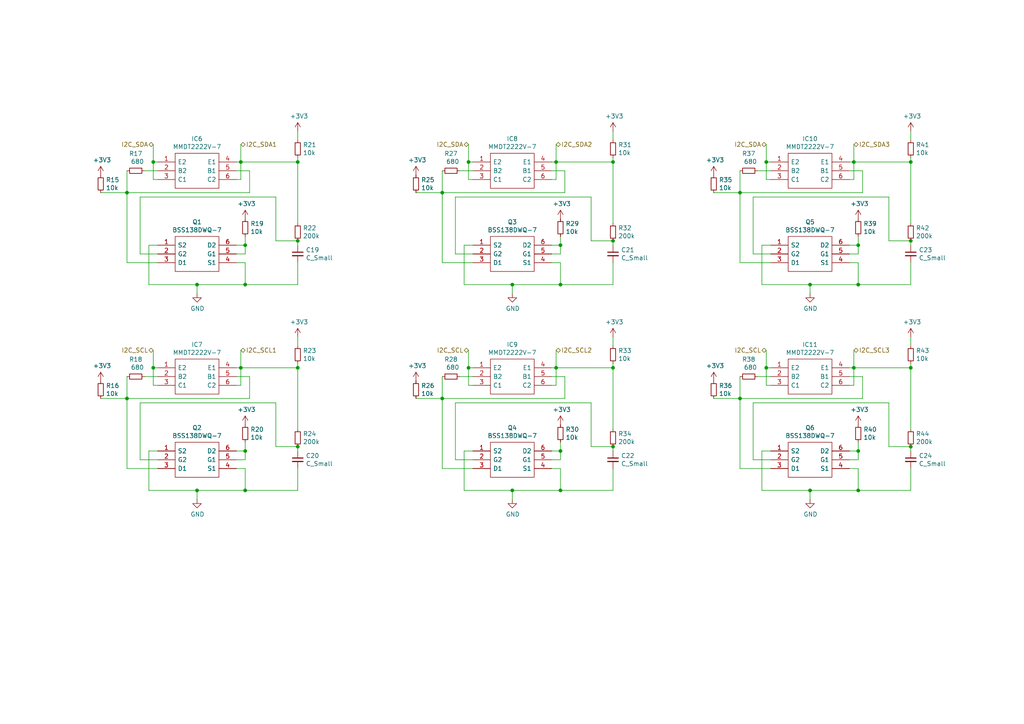
<source format=kicad_sch>
(kicad_sch (version 20211123) (generator eeschema)
  (paper "A4")
  (lib_symbols
    (symbol "Device:C_Small" (pin_numbers hide) (pin_names (offset 0.254) hide)
      (property "Reference" "C" (at 0.254 1.778 0))
      (property "Value" "C_Small" (at 0.254 -2.032 0))
      (symbol "C_Small_0_1"
        (polyline (pts (xy -1.524 -0.508) (xy 1.524 -0.508)) (stroke (width 0.3302)))
        (polyline (pts (xy -1.524 0.508) (xy 1.524 0.508)) (stroke (width 0.3048)))
      )
      (symbol "C_Small_1_1"
        (pin passive line (at 0 2.54 270) (length 2.032) (name "~") (number "1"))
        (pin passive line (at 0 -2.54 90) (length 2.032) (name "~") (number "2"))
      )
    )
    (symbol "Device:R_Small" (pin_numbers hide) (pin_names (offset 0.254) hide)
      (property "Reference" "R" (at 0.762 0.508 0))
      (property "Value" "R_Small" (at 0.762 -1.016 0))
      (symbol "R_Small_0_1"
        (rectangle (start -0.762 1.778) (end 0.762 -1.778) (stroke (width 0.2032)))
      )
      (symbol "R_Small_1_1"
        (pin passive line (at 0 2.54 270) (length 0.762) (name "~") (number "1"))
        (pin passive line (at 0 -2.54 90) (length 0.762) (name "~") (number "2"))
      )
    )
    (symbol "SamacSys_Parts:BSS138DWQ-7" (pin_names (offset 0.762))
      (property "Reference" "Q" (at 19.05 7.62 0))
      (property "Value" "SamacSys_Parts_BSS138DWQ-7" (at 19.05 5.08 0))
      (symbol "BSS138DWQ-7_0_0"
        (pin passive line (at 0 0 0) (length 5.08) (name "S2") (number "1"))
        (pin passive line (at 0 -2.54 0) (length 5.08) (name "G2") (number "2"))
        (pin passive line (at 0 -5.08 0) (length 5.08) (name "D1") (number "3"))
        (pin passive line (at 22.86 -5.08 180) (length 5.08) (name "S1") (number "4"))
        (pin passive line (at 22.86 -2.54 180) (length 5.08) (name "G1") (number "5"))
        (pin passive line (at 22.86 0 180) (length 5.08) (name "D2") (number "6"))
      )
      (symbol "BSS138DWQ-7_0_1"
        (polyline (pts (xy 5.08 2.54) (xy 17.78 2.54) (xy 17.78 -7.62) (xy 5.08 -7.62) (xy 5.08 2.54)) (stroke (width 0.1524)))
      )
    )
    (symbol "SamacSys_Parts:MMDT2222V-7" (pin_names (offset 0.762))
      (property "Reference" "IC" (at 19.05 7.62 0))
      (property "Value" "SamacSys_Parts_MMDT2222V-7" (at 19.05 5.08 0))
      (symbol "MMDT2222V-7_0_0"
        (pin passive line (at 0 0 0) (length 5.08) (name "E2") (number "1"))
        (pin passive line (at 0 -2.54 0) (length 5.08) (name "B2") (number "2"))
        (pin passive line (at 0 -5.08 0) (length 5.08) (name "C1") (number "3"))
        (pin passive line (at 22.86 0 180) (length 5.08) (name "E1") (number "4"))
        (pin passive line (at 22.86 -2.54 180) (length 5.08) (name "B1") (number "5"))
        (pin passive line (at 22.86 -5.08 180) (length 5.08) (name "C2") (number "6"))
      )
      (symbol "MMDT2222V-7_0_1"
        (polyline (pts (xy 5.08 2.54) (xy 17.78 2.54) (xy 17.78 -7.62) (xy 5.08 -7.62) (xy 5.08 2.54)) (stroke (width 0.1524)))
      )
    )
    (symbol "power:+3V3" (power) (pin_names (offset 0))
      (property "Value" "+3V3" (at 0 3.556 0))
      (symbol "+3V3_0_1"
        (polyline (pts (xy -0.762 1.27) (xy 0 2.54)))
        (polyline (pts (xy 0 0) (xy 0 2.54)))
        (polyline (pts (xy 0 2.54) (xy 0.762 1.27)))
      )
      (symbol "+3V3_1_1"
        (pin power_in line (at 0 0 90) (length 0) hide (name "+3V3") (number "1"))
      )
    )
    (symbol "power:GND" (power) (pin_names (offset 0))
      (property "Value" "GND" (at 0 -3.81 0))
      (symbol "GND_0_1"
        (polyline (pts (xy 0 0) (xy 0 -1.27) (xy 1.27 -1.27) (xy 0 -2.54) (xy -1.27 -1.27) (xy 0 -1.27)))
      )
      (symbol "GND_1_1"
        (pin power_in line (at 0 0 270) (length 0) hide (name "GND") (number "1"))
      )
    )
  )
  (junction (at 69.85 46.99))
  (junction (at 71.12 142.24))
  (junction (at 234.95 142.24))
  (junction (at 71.12 130.81))
  (junction (at 86.36 129.54))
  (junction (at 44.45 106.68))
  (junction (at 71.12 82.55))
  (junction (at 247.65 106.68))
  (junction (at 135.89 46.99))
  (junction (at 86.36 106.68))
  (junction (at 57.15 142.24))
  (junction (at 128.27 115.57))
  (junction (at 222.25 46.99))
  (junction (at 86.36 46.99))
  (junction (at 234.95 82.55))
  (junction (at 128.27 55.88))
  (junction (at 36.83 55.88))
  (junction (at 71.12 71.12))
  (junction (at 177.8 46.99))
  (junction (at 148.59 142.24))
  (junction (at 264.16 129.54))
  (junction (at 57.15 82.55))
  (junction (at 161.29 106.68))
  (junction (at 135.89 106.68))
  (junction (at 86.36 69.85))
  (junction (at 248.92 82.55))
  (junction (at 248.92 71.12))
  (junction (at 162.56 82.55))
  (junction (at 247.65 46.99))
  (junction (at 148.59 82.55))
  (junction (at 214.63 115.57))
  (junction (at 162.56 71.12))
  (junction (at 177.8 129.54))
  (junction (at 69.85 106.68))
  (junction (at 264.16 106.68))
  (junction (at 177.8 69.85))
  (junction (at 162.56 142.24))
  (junction (at 177.8 106.68))
  (junction (at 36.83 115.57))
  (junction (at 222.25 106.68))
  (junction (at 264.16 46.99))
  (junction (at 248.92 142.24))
  (junction (at 248.92 130.81))
  (junction (at 44.45 46.99))
  (junction (at 161.29 46.99))
  (junction (at 162.56 130.81))
  (junction (at 214.63 55.88))
  (junction (at 264.16 69.85))
  (wire (pts (xy 36.83 135.89) (xy 45.72 135.89)))
  (wire (pts (xy 135.89 106.68) (xy 135.89 111.76)))
  (wire (pts (xy 247.65 101.6) (xy 247.65 106.68)))
  (wire (pts (xy 162.56 130.81) (xy 160.02 130.81)))
  (wire (pts (xy 40.64 116.84) (xy 40.64 133.35)))
  (wire (pts (xy 45.72 133.35) (xy 40.64 133.35)))
  (wire (pts (xy 177.8 45.72) (xy 177.8 46.99)))
  (wire (pts (xy 177.8 69.85) (xy 177.8 71.12)))
  (wire (pts (xy 43.18 130.81) (xy 43.18 142.24)))
  (wire (pts (xy 45.72 130.81) (xy 43.18 130.81)))
  (wire (pts (xy 248.92 133.35) (xy 248.92 130.81)))
  (wire (pts (xy 162.56 135.89) (xy 160.02 135.89)))
  (wire (pts (xy 36.83 115.57) (xy 29.21 115.57)))
  (wire (pts (xy 264.16 135.89) (xy 264.16 142.24)))
  (wire (pts (xy 247.65 46.99) (xy 264.16 46.99)))
  (wire (pts (xy 69.85 101.6) (xy 69.85 106.68)))
  (wire (pts (xy 68.58 52.07) (xy 69.85 52.07)))
  (wire (pts (xy 44.45 41.91) (xy 44.45 46.99)))
  (wire (pts (xy 68.58 73.66) (xy 71.12 73.66)))
  (wire (pts (xy 214.63 55.88) (xy 214.63 76.2)))
  (wire (pts (xy 133.35 49.53) (xy 137.16 49.53)))
  (wire (pts (xy 246.38 109.22) (xy 250.19 109.22)))
  (wire (pts (xy 80.01 129.54) (xy 86.36 129.54)))
  (wire (pts (xy 44.45 52.07) (xy 45.72 52.07)))
  (wire (pts (xy 57.15 142.24) (xy 57.15 144.78)))
  (wire (pts (xy 248.92 73.66) (xy 248.92 71.12)))
  (wire (pts (xy 137.16 130.81) (xy 134.62 130.81)))
  (wire (pts (xy 257.81 116.84) (xy 218.44 116.84)))
  (wire (pts (xy 69.85 111.76) (xy 69.85 106.68)))
  (wire (pts (xy 171.45 57.15) (xy 132.08 57.15)))
  (wire (pts (xy 71.12 76.2) (xy 68.58 76.2)))
  (wire (pts (xy 71.12 71.12) (xy 68.58 71.12)))
  (wire (pts (xy 264.16 97.79) (xy 264.16 100.33)))
  (wire (pts (xy 246.38 133.35) (xy 248.92 133.35)))
  (wire (pts (xy 137.16 73.66) (xy 132.08 73.66)))
  (wire (pts (xy 44.45 106.68) (xy 44.45 111.76)))
  (wire (pts (xy 71.12 73.66) (xy 71.12 71.12)))
  (wire (pts (xy 219.71 49.53) (xy 223.52 49.53)))
  (wire (pts (xy 71.12 142.24) (xy 71.12 135.89)))
  (wire (pts (xy 86.36 69.85) (xy 86.36 71.12)))
  (wire (pts (xy 177.8 46.99) (xy 177.8 64.77)))
  (wire (pts (xy 68.58 133.35) (xy 71.12 133.35)))
  (wire (pts (xy 248.92 135.89) (xy 246.38 135.89)))
  (wire (pts (xy 264.16 82.55) (xy 248.92 82.55)))
  (wire (pts (xy 248.92 68.58) (xy 248.92 71.12)))
  (wire (pts (xy 257.81 69.85) (xy 257.81 57.15)))
  (wire (pts (xy 250.19 49.53) (xy 250.19 55.88)))
  (wire (pts (xy 161.29 106.68) (xy 177.8 106.68)))
  (wire (pts (xy 234.95 82.55) (xy 248.92 82.55)))
  (wire (pts (xy 86.36 135.89) (xy 86.36 142.24)))
  (wire (pts (xy 86.36 106.68) (xy 86.36 124.46)))
  (wire (pts (xy 148.59 82.55) (xy 162.56 82.55)))
  (wire (pts (xy 223.52 106.68) (xy 222.25 106.68)))
  (wire (pts (xy 160.02 111.76) (xy 161.29 111.76)))
  (wire (pts (xy 148.59 142.24) (xy 162.56 142.24)))
  (wire (pts (xy 160.02 52.07) (xy 161.29 52.07)))
  (wire (pts (xy 160.02 49.53) (xy 163.83 49.53)))
  (wire (pts (xy 161.29 46.99) (xy 160.02 46.99)))
  (wire (pts (xy 148.59 142.24) (xy 148.59 144.78)))
  (wire (pts (xy 44.45 46.99) (xy 44.45 52.07)))
  (wire (pts (xy 41.91 109.22) (xy 45.72 109.22)))
  (wire (pts (xy 161.29 101.6) (xy 161.29 106.68)))
  (wire (pts (xy 223.52 130.81) (xy 220.98 130.81)))
  (wire (pts (xy 148.59 82.55) (xy 148.59 85.09)))
  (wire (pts (xy 137.16 133.35) (xy 132.08 133.35)))
  (wire (pts (xy 134.62 142.24) (xy 148.59 142.24)))
  (wire (pts (xy 86.36 38.1) (xy 86.36 40.64)))
  (wire (pts (xy 160.02 109.22) (xy 163.83 109.22)))
  (wire (pts (xy 86.36 142.24) (xy 71.12 142.24)))
  (wire (pts (xy 43.18 71.12) (xy 43.18 82.55)))
  (wire (pts (xy 257.81 129.54) (xy 264.16 129.54)))
  (wire (pts (xy 128.27 76.2) (xy 137.16 76.2)))
  (wire (pts (xy 246.38 49.53) (xy 250.19 49.53)))
  (wire (pts (xy 177.8 106.68) (xy 177.8 124.46)))
  (wire (pts (xy 161.29 111.76) (xy 161.29 106.68)))
  (wire (pts (xy 36.83 109.22) (xy 36.83 115.57)))
  (wire (pts (xy 133.35 109.22) (xy 137.16 109.22)))
  (wire (pts (xy 160.02 133.35) (xy 162.56 133.35)))
  (wire (pts (xy 222.25 101.6) (xy 222.25 106.68)))
  (wire (pts (xy 247.65 106.68) (xy 264.16 106.68)))
  (wire (pts (xy 264.16 105.41) (xy 264.16 106.68)))
  (wire (pts (xy 69.85 106.68) (xy 86.36 106.68)))
  (wire (pts (xy 137.16 106.68) (xy 135.89 106.68)))
  (wire (pts (xy 234.95 142.24) (xy 234.95 144.78)))
  (wire (pts (xy 86.36 129.54) (xy 86.36 130.81)))
  (wire (pts (xy 264.16 38.1) (xy 264.16 40.64)))
  (wire (pts (xy 68.58 109.22) (xy 72.39 109.22)))
  (wire (pts (xy 248.92 128.27) (xy 248.92 130.81)))
  (wire (pts (xy 223.52 46.99) (xy 222.25 46.99)))
  (wire (pts (xy 71.12 130.81) (xy 68.58 130.81)))
  (wire (pts (xy 214.63 115.57) (xy 250.19 115.57)))
  (wire (pts (xy 72.39 109.22) (xy 72.39 115.57)))
  (wire (pts (xy 71.12 135.89) (xy 68.58 135.89)))
  (wire (pts (xy 257.81 57.15) (xy 218.44 57.15)))
  (wire (pts (xy 132.08 57.15) (xy 132.08 73.66)))
  (wire (pts (xy 234.95 82.55) (xy 234.95 85.09)))
  (wire (pts (xy 36.83 55.88) (xy 36.83 76.2)))
  (wire (pts (xy 218.44 116.84) (xy 218.44 133.35)))
  (wire (pts (xy 134.62 130.81) (xy 134.62 142.24)))
  (wire (pts (xy 222.25 111.76) (xy 223.52 111.76)))
  (wire (pts (xy 220.98 142.24) (xy 234.95 142.24)))
  (wire (pts (xy 247.65 52.07) (xy 247.65 46.99)))
  (wire (pts (xy 219.71 109.22) (xy 223.52 109.22)))
  (wire (pts (xy 220.98 82.55) (xy 234.95 82.55)))
  (wire (pts (xy 171.45 129.54) (xy 171.45 116.84)))
  (wire (pts (xy 248.92 71.12) (xy 246.38 71.12)))
  (wire (pts (xy 69.85 46.99) (xy 86.36 46.99)))
  (wire (pts (xy 135.89 46.99) (xy 135.89 52.07)))
  (wire (pts (xy 132.08 116.84) (xy 132.08 133.35)))
  (wire (pts (xy 135.89 52.07) (xy 137.16 52.07)))
  (wire (pts (xy 264.16 46.99) (xy 264.16 64.77)))
  (wire (pts (xy 80.01 69.85) (xy 86.36 69.85)))
  (wire (pts (xy 163.83 49.53) (xy 163.83 55.88)))
  (wire (pts (xy 162.56 142.24) (xy 162.56 135.89)))
  (wire (pts (xy 218.44 57.15) (xy 218.44 73.66)))
  (wire (pts (xy 45.72 46.99) (xy 44.45 46.99)))
  (wire (pts (xy 43.18 82.55) (xy 57.15 82.55)))
  (wire (pts (xy 162.56 76.2) (xy 160.02 76.2)))
  (wire (pts (xy 128.27 115.57) (xy 128.27 135.89)))
  (wire (pts (xy 247.65 41.91) (xy 247.65 46.99)))
  (wire (pts (xy 220.98 71.12) (xy 220.98 82.55)))
  (wire (pts (xy 214.63 55.88) (xy 250.19 55.88)))
  (wire (pts (xy 177.8 82.55) (xy 162.56 82.55)))
  (wire (pts (xy 247.65 46.99) (xy 246.38 46.99)))
  (wire (pts (xy 222.25 52.07) (xy 223.52 52.07)))
  (wire (pts (xy 162.56 133.35) (xy 162.56 130.81)))
  (wire (pts (xy 86.36 76.2) (xy 86.36 82.55)))
  (wire (pts (xy 246.38 111.76) (xy 247.65 111.76)))
  (wire (pts (xy 162.56 128.27) (xy 162.56 130.81)))
  (wire (pts (xy 36.83 49.53) (xy 36.83 55.88)))
  (wire (pts (xy 137.16 71.12) (xy 134.62 71.12)))
  (wire (pts (xy 223.52 73.66) (xy 218.44 73.66)))
  (wire (pts (xy 86.36 82.55) (xy 71.12 82.55)))
  (wire (pts (xy 264.16 45.72) (xy 264.16 46.99)))
  (wire (pts (xy 68.58 111.76) (xy 69.85 111.76)))
  (wire (pts (xy 86.36 45.72) (xy 86.36 46.99)))
  (wire (pts (xy 246.38 52.07) (xy 247.65 52.07)))
  (wire (pts (xy 71.12 128.27) (xy 71.12 130.81)))
  (wire (pts (xy 36.83 55.88) (xy 72.39 55.88)))
  (wire (pts (xy 128.27 115.57) (xy 120.65 115.57)))
  (wire (pts (xy 45.72 106.68) (xy 44.45 106.68)))
  (wire (pts (xy 128.27 109.22) (xy 128.27 115.57)))
  (wire (pts (xy 214.63 109.22) (xy 214.63 115.57)))
  (wire (pts (xy 44.45 111.76) (xy 45.72 111.76)))
  (wire (pts (xy 177.8 97.79) (xy 177.8 100.33)))
  (wire (pts (xy 57.15 82.55) (xy 57.15 85.09)))
  (wire (pts (xy 264.16 76.2) (xy 264.16 82.55)))
  (wire (pts (xy 220.98 130.81) (xy 220.98 142.24)))
  (wire (pts (xy 128.27 49.53) (xy 128.27 55.88)))
  (wire (pts (xy 264.16 106.68) (xy 264.16 124.46)))
  (wire (pts (xy 171.45 69.85) (xy 177.8 69.85)))
  (wire (pts (xy 80.01 129.54) (xy 80.01 116.84)))
  (wire (pts (xy 80.01 116.84) (xy 40.64 116.84)))
  (wire (pts (xy 214.63 115.57) (xy 214.63 135.89)))
  (wire (pts (xy 36.83 115.57) (xy 36.83 135.89)))
  (wire (pts (xy 162.56 82.55) (xy 162.56 76.2)))
  (wire (pts (xy 71.12 82.55) (xy 71.12 76.2)))
  (wire (pts (xy 214.63 49.53) (xy 214.63 55.88)))
  (wire (pts (xy 71.12 133.35) (xy 71.12 130.81)))
  (wire (pts (xy 257.81 69.85) (xy 264.16 69.85)))
  (wire (pts (xy 36.83 76.2) (xy 45.72 76.2)))
  (wire (pts (xy 177.8 135.89) (xy 177.8 142.24)))
  (wire (pts (xy 44.45 101.6) (xy 44.45 106.68)))
  (wire (pts (xy 264.16 142.24) (xy 248.92 142.24)))
  (wire (pts (xy 171.45 116.84) (xy 132.08 116.84)))
  (wire (pts (xy 135.89 111.76) (xy 137.16 111.76)))
  (wire (pts (xy 177.8 129.54) (xy 177.8 130.81)))
  (wire (pts (xy 171.45 69.85) (xy 171.45 57.15)))
  (wire (pts (xy 80.01 69.85) (xy 80.01 57.15)))
  (wire (pts (xy 248.92 82.55) (xy 248.92 76.2)))
  (wire (pts (xy 134.62 82.55) (xy 148.59 82.55)))
  (wire (pts (xy 214.63 135.89) (xy 223.52 135.89)))
  (wire (pts (xy 223.52 71.12) (xy 220.98 71.12)))
  (wire (pts (xy 160.02 73.66) (xy 162.56 73.66)))
  (wire (pts (xy 36.83 55.88) (xy 29.21 55.88)))
  (wire (pts (xy 86.36 46.99) (xy 86.36 64.77)))
  (wire (pts (xy 177.8 142.24) (xy 162.56 142.24)))
  (wire (pts (xy 177.8 105.41) (xy 177.8 106.68)))
  (wire (pts (xy 40.64 57.15) (xy 40.64 73.66)))
  (wire (pts (xy 264.16 129.54) (xy 264.16 130.81)))
  (wire (pts (xy 248.92 76.2) (xy 246.38 76.2)))
  (wire (pts (xy 264.16 69.85) (xy 264.16 71.12)))
  (wire (pts (xy 222.25 41.91) (xy 222.25 46.99)))
  (wire (pts (xy 43.18 142.24) (xy 57.15 142.24)))
  (wire (pts (xy 57.15 82.55) (xy 71.12 82.55)))
  (wire (pts (xy 86.36 97.79) (xy 86.36 100.33)))
  (wire (pts (xy 45.72 73.66) (xy 40.64 73.66)))
  (wire (pts (xy 171.45 129.54) (xy 177.8 129.54)))
  (wire (pts (xy 36.83 115.57) (xy 72.39 115.57)))
  (wire (pts (xy 72.39 49.53) (xy 72.39 55.88)))
  (wire (pts (xy 86.36 105.41) (xy 86.36 106.68)))
  (wire (pts (xy 223.52 133.35) (xy 218.44 133.35)))
  (wire (pts (xy 247.65 111.76) (xy 247.65 106.68)))
  (wire (pts (xy 214.63 115.57) (xy 207.01 115.57)))
  (wire (pts (xy 128.27 115.57) (xy 163.83 115.57)))
  (wire (pts (xy 68.58 49.53) (xy 72.39 49.53)))
  (wire (pts (xy 222.25 46.99) (xy 222.25 52.07)))
  (wire (pts (xy 45.72 71.12) (xy 43.18 71.12)))
  (wire (pts (xy 214.63 55.88) (xy 207.01 55.88)))
  (wire (pts (xy 137.16 46.99) (xy 135.89 46.99)))
  (wire (pts (xy 128.27 55.88) (xy 120.65 55.88)))
  (wire (pts (xy 177.8 38.1) (xy 177.8 40.64)))
  (wire (pts (xy 214.63 76.2) (xy 223.52 76.2)))
  (wire (pts (xy 222.25 106.68) (xy 222.25 111.76)))
  (wire (pts (xy 234.95 142.24) (xy 248.92 142.24)))
  (wire (pts (xy 69.85 106.68) (xy 68.58 106.68)))
  (wire (pts (xy 69.85 46.99) (xy 68.58 46.99)))
  (wire (pts (xy 247.65 106.68) (xy 246.38 106.68)))
  (wire (pts (xy 128.27 55.88) (xy 163.83 55.88)))
  (wire (pts (xy 57.15 142.24) (xy 71.12 142.24)))
  (wire (pts (xy 135.89 101.6) (xy 135.89 106.68)))
  (wire (pts (xy 128.27 55.88) (xy 128.27 76.2)))
  (wire (pts (xy 128.27 135.89) (xy 137.16 135.89)))
  (wire (pts (xy 248.92 130.81) (xy 246.38 130.81)))
  (wire (pts (xy 163.83 109.22) (xy 163.83 115.57)))
  (wire (pts (xy 161.29 41.91) (xy 161.29 46.99)))
  (wire (pts (xy 248.92 142.24) (xy 248.92 135.89)))
  (wire (pts (xy 69.85 41.91) (xy 69.85 46.99)))
  (wire (pts (xy 135.89 41.91) (xy 135.89 46.99)))
  (wire (pts (xy 250.19 109.22) (xy 250.19 115.57)))
  (wire (pts (xy 257.81 129.54) (xy 257.81 116.84)))
  (wire (pts (xy 69.85 52.07) (xy 69.85 46.99)))
  (wire (pts (xy 41.91 49.53) (xy 45.72 49.53)))
  (wire (pts (xy 162.56 71.12) (xy 160.02 71.12)))
  (wire (pts (xy 161.29 46.99) (xy 177.8 46.99)))
  (wire (pts (xy 161.29 52.07) (xy 161.29 46.99)))
  (wire (pts (xy 71.12 68.58) (xy 71.12 71.12)))
  (wire (pts (xy 162.56 73.66) (xy 162.56 71.12)))
  (wire (pts (xy 134.62 71.12) (xy 134.62 82.55)))
  (wire (pts (xy 161.29 106.68) (xy 160.02 106.68)))
  (wire (pts (xy 80.01 57.15) (xy 40.64 57.15)))
  (wire (pts (xy 177.8 76.2) (xy 177.8 82.55)))
  (wire (pts (xy 162.56 68.58) (xy 162.56 71.12)))
  (wire (pts (xy 246.38 73.66) (xy 248.92 73.66)))
  (hierarchical_label "I2C_SCL3" (shape bidirectional) (at 247.65 101.6 0))
  (hierarchical_label "I2C_SDA" (shape bidirectional) (at 222.25 41.91 180))
  (hierarchical_label "I2C_SCL" (shape bidirectional) (at 135.89 101.6 180))
  (hierarchical_label "I2C_SCL1" (shape bidirectional) (at 69.85 101.6 0))
  (hierarchical_label "I2C_SCL2" (shape bidirectional) (at 161.29 101.6 0))
  (hierarchical_label "I2C_SDA" (shape bidirectional) (at 44.45 41.91 180))
  (hierarchical_label "I2C_SDA2" (shape bidirectional) (at 161.29 41.91 0))
  (hierarchical_label "I2C_SCL" (shape bidirectional) (at 222.25 101.6 180))
  (hierarchical_label "I2C_SDA1" (shape bidirectional) (at 69.85 41.91 0))
  (hierarchical_label "I2C_SDA" (shape bidirectional) (at 135.89 41.91 180))
  (hierarchical_label "I2C_SCL" (shape bidirectional) (at 44.45 101.6 180))
  (hierarchical_label "I2C_SDA3" (shape bidirectional) (at 247.65 41.91 0))
  (symbol (lib_id "SamacSys_Parts:MMDT2222V-7") (at 45.72 46.99 0) (unit 1)
    (property "Reference" "IC6" (at 57.15 40.259 0))
    (property "Value" "MMDT2222V-7" (at 57.15 42.5704 0))
    (property "Footprint" "SamacSys_Parts:SOTFL50P162X60-6N" (effects hide))
    (property "Datasheet" "https://componentsearchengine.com/Datasheets/1/MMDT2222V-7.pdf" (effects hide))
    (property "Description" "Diodes Inc MMDT2222V-7 Dual NPN Bipolar Transistor, 600 mA, 40 V, 6-Pin SOT-563" (effects hide))
    (property "Height" "0.6" (effects hide))
    (property "Manufacturer_Name" "Diodes Inc." (effects hide))
    (property "Manufacturer_Part_Number" "MMDT2222V-7" (effects hide))
    (property "Mouser Part Number" "621-MMDT2222V-7" (effects hide))
    (property "Mouser Price/Stock" "https://www.mouser.co.uk/ProductDetail/Diodes-Incorporated/MMDT2222V-7?qs=zpnZCIghiExL0FBvu98vjw%3D%3D" (effects hide))
    (property "Arrow Part Number" "MMDT2222V-7" (effects hide))
    (property "Arrow Price/Stock" "https://www.arrow.com/en/products/mmdt2222v-7/diodes-incorporated?region=nac" (effects hide))
  )
  (symbol (lib_id "SamacSys_Parts:BSS138DWQ-7") (at 45.72 71.12 0) (unit 1)
    (property "Reference" "Q1" (at 57.15 64.389 0))
    (property "Value" "BSS138DWQ-7" (at 57.15 66.7004 0))
    (property "Footprint" "SamacSys_Parts:SOT65P210X110-6N" (effects hide))
    (property "Datasheet" "https://www.diodes.com/assets/Datasheets/BSS138DWQ.pdf" (effects hide))
    (property "Description" "MOSFET BSS Family" (effects hide))
    (property "Height" "1.1" (effects hide))
    (property "Manufacturer_Name" "Diodes Inc." (effects hide))
    (property "Manufacturer_Part_Number" "BSS138DWQ-7" (effects hide))
    (property "Mouser Part Number" "621-BSS138DWQ-7" (effects hide))
    (property "Mouser Price/Stock" "https://www.mouser.co.uk/ProductDetail/Diodes-Incorporated/BSS138DWQ-7?qs=nJRy1mI8RR9wz3YdMQOQIA%3D%3D" (effects hide))
    (property "Arrow Part Number" "BSS138DWQ-7" (effects hide))
    (property "Arrow Price/Stock" "https://www.arrow.com/en/products/bss138dwq-7/diodes-incorporated?region=nac" (effects hide))
  )
  (symbol (lib_id "Device:R_Small") (at 71.12 66.04 0) (unit 1)
    (property "Reference" "R19" (at 72.6186 64.8716 0) (effects (justify left)))
    (property "Value" "10k" (at 72.6186 67.183 0) (effects (justify left)))
    (property "Footprint" "Resistor_SMD:R_0603_1608Metric_Pad0.98x0.95mm_HandSolder" (effects hide))
  )
  (symbol (lib_id "power:+3V3") (at 71.12 63.5 0) (unit 1)
    (property "Reference" "#PWR046" (effects hide))
    (property "Value" "+3V3" (at 71.501 59.1058 0))
  )
  (symbol (lib_id "power:GND") (at 57.15 85.09 0) (unit 1)
    (property "Reference" "#PWR044" (effects hide))
    (property "Value" "GND" (at 57.277 89.4842 0))
  )
  (symbol (lib_id "Device:R_Small") (at 39.37 49.53 270) (unit 1)
    (property "Reference" "R17" (at 39.37 44.5516 90))
    (property "Value" " 680" (at 39.37 46.863 90))
    (property "Footprint" "Resistor_SMD:R_0603_1608Metric_Pad0.98x0.95mm_HandSolder" (effects hide))
  )
  (symbol (lib_id "Device:R_Small") (at 86.36 43.18 0) (unit 1)
    (property "Reference" "R21" (at 87.8586 42.0116 0) (effects (justify left)))
    (property "Value" "10k" (at 87.8586 44.323 0) (effects (justify left)))
    (property "Footprint" "Resistor_SMD:R_0603_1608Metric_Pad0.98x0.95mm_HandSolder" (effects hide))
  )
  (symbol (lib_id "power:+3V3") (at 86.36 38.1 0) (unit 1)
    (property "Reference" "#PWR048" (effects hide))
    (property "Value" "+3V3" (at 86.741 33.7058 0))
  )
  (symbol (lib_id "Device:R_Small") (at 29.21 53.34 0) (unit 1)
    (property "Reference" "R15" (at 30.7086 52.1716 0) (effects (justify left)))
    (property "Value" "10k" (at 30.7086 54.483 0) (effects (justify left)))
    (property "Footprint" "Resistor_SMD:R_0603_1608Metric_Pad0.98x0.95mm_HandSolder" (effects hide))
  )
  (symbol (lib_id "Device:R_Small") (at 86.36 67.31 0) (unit 1)
    (property "Reference" "R22" (at 87.8586 66.1416 0) (effects (justify left)))
    (property "Value" "200k" (at 87.8586 68.453 0) (effects (justify left)))
    (property "Footprint" "Resistor_SMD:R_0603_1608Metric_Pad0.98x0.95mm_HandSolder" (effects hide))
  )
  (symbol (lib_id "power:+3V3") (at 29.21 50.8 0) (unit 1)
    (property "Reference" "#PWR042" (effects hide))
    (property "Value" "+3V3" (at 29.591 46.4058 0))
  )
  (symbol (lib_id "Device:C_Small") (at 86.36 73.66 0) (unit 1)
    (property "Reference" "C19" (at 88.6968 72.4916 0) (effects (justify left)))
    (property "Value" "C_Small" (at 88.6968 74.803 0) (effects (justify left)))
  )
  (symbol (lib_id "SamacSys_Parts:MMDT2222V-7") (at 45.72 106.68 0) (unit 1)
    (property "Reference" "IC7" (at 57.15 99.949 0))
    (property "Value" "MMDT2222V-7" (at 57.15 102.2604 0))
    (property "Footprint" "SamacSys_Parts:SOTFL50P162X60-6N" (effects hide))
    (property "Datasheet" "https://componentsearchengine.com/Datasheets/1/MMDT2222V-7.pdf" (effects hide))
    (property "Description" "Diodes Inc MMDT2222V-7 Dual NPN Bipolar Transistor, 600 mA, 40 V, 6-Pin SOT-563" (effects hide))
    (property "Height" "0.6" (effects hide))
    (property "Manufacturer_Name" "Diodes Inc." (effects hide))
    (property "Manufacturer_Part_Number" "MMDT2222V-7" (effects hide))
    (property "Mouser Part Number" "621-MMDT2222V-7" (effects hide))
    (property "Mouser Price/Stock" "https://www.mouser.co.uk/ProductDetail/Diodes-Incorporated/MMDT2222V-7?qs=zpnZCIghiExL0FBvu98vjw%3D%3D" (effects hide))
    (property "Arrow Part Number" "MMDT2222V-7" (effects hide))
    (property "Arrow Price/Stock" "https://www.arrow.com/en/products/mmdt2222v-7/diodes-incorporated?region=nac" (effects hide))
  )
  (symbol (lib_id "SamacSys_Parts:BSS138DWQ-7") (at 45.72 130.81 0) (unit 1)
    (property "Reference" "Q2" (at 57.15 124.079 0))
    (property "Value" "BSS138DWQ-7" (at 57.15 126.3904 0))
    (property "Footprint" "SamacSys_Parts:SOT65P210X110-6N" (effects hide))
    (property "Datasheet" "https://www.diodes.com/assets/Datasheets/BSS138DWQ.pdf" (effects hide))
    (property "Description" "MOSFET BSS Family" (effects hide))
    (property "Height" "1.1" (effects hide))
    (property "Manufacturer_Name" "Diodes Inc." (effects hide))
    (property "Manufacturer_Part_Number" "BSS138DWQ-7" (effects hide))
    (property "Mouser Part Number" "621-BSS138DWQ-7" (effects hide))
    (property "Mouser Price/Stock" "https://www.mouser.co.uk/ProductDetail/Diodes-Incorporated/BSS138DWQ-7?qs=nJRy1mI8RR9wz3YdMQOQIA%3D%3D" (effects hide))
    (property "Arrow Part Number" "BSS138DWQ-7" (effects hide))
    (property "Arrow Price/Stock" "https://www.arrow.com/en/products/bss138dwq-7/diodes-incorporated?region=nac" (effects hide))
  )
  (symbol (lib_id "Device:R_Small") (at 71.12 125.73 0) (unit 1)
    (property "Reference" "R20" (at 72.6186 124.5616 0) (effects (justify left)))
    (property "Value" "10k" (at 72.6186 126.873 0) (effects (justify left)))
    (property "Footprint" "Resistor_SMD:R_0603_1608Metric_Pad0.98x0.95mm_HandSolder" (effects hide))
  )
  (symbol (lib_id "power:+3V3") (at 71.12 123.19 0) (unit 1)
    (property "Reference" "#PWR047" (effects hide))
    (property "Value" "+3V3" (at 71.501 118.7958 0))
  )
  (symbol (lib_id "power:GND") (at 57.15 144.78 0) (unit 1)
    (property "Reference" "#PWR045" (effects hide))
    (property "Value" "GND" (at 57.277 149.1742 0))
  )
  (symbol (lib_id "Device:R_Small") (at 39.37 109.22 270) (unit 1)
    (property "Reference" "R18" (at 39.37 104.2416 90))
    (property "Value" " 680" (at 39.37 106.553 90))
    (property "Footprint" "Resistor_SMD:R_0603_1608Metric_Pad0.98x0.95mm_HandSolder" (effects hide))
  )
  (symbol (lib_id "Device:R_Small") (at 86.36 102.87 0) (unit 1)
    (property "Reference" "R23" (at 87.8586 101.7016 0) (effects (justify left)))
    (property "Value" "10k" (at 87.8586 104.013 0) (effects (justify left)))
    (property "Footprint" "Resistor_SMD:R_0603_1608Metric_Pad0.98x0.95mm_HandSolder" (effects hide))
  )
  (symbol (lib_id "power:+3V3") (at 86.36 97.79 0) (unit 1)
    (property "Reference" "#PWR049" (effects hide))
    (property "Value" "+3V3" (at 86.741 93.3958 0))
  )
  (symbol (lib_id "Device:R_Small") (at 29.21 113.03 0) (unit 1)
    (property "Reference" "R16" (at 30.7086 111.8616 0) (effects (justify left)))
    (property "Value" "10k" (at 30.7086 114.173 0) (effects (justify left)))
    (property "Footprint" "Resistor_SMD:R_0603_1608Metric_Pad0.98x0.95mm_HandSolder" (effects hide))
  )
  (symbol (lib_id "power:+3V3") (at 29.21 110.49 0) (unit 1)
    (property "Reference" "#PWR043" (effects hide))
    (property "Value" "+3V3" (at 29.591 106.0958 0))
  )
  (symbol (lib_id "Device:C_Small") (at 86.36 133.35 0) (unit 1)
    (property "Reference" "C20" (at 88.6968 132.1816 0) (effects (justify left)))
    (property "Value" "C_Small" (at 88.6968 134.493 0) (effects (justify left)))
  )
  (symbol (lib_id "Device:R_Small") (at 86.36 127 0) (unit 1)
    (property "Reference" "R24" (at 87.8586 125.8316 0) (effects (justify left)))
    (property "Value" "200k" (at 87.8586 128.143 0) (effects (justify left)))
    (property "Footprint" "Resistor_SMD:R_0603_1608Metric_Pad0.98x0.95mm_HandSolder" (effects hide))
  )
  (symbol (lib_id "SamacSys_Parts:MMDT2222V-7") (at 137.16 46.99 0) (unit 1)
    (property "Reference" "IC8" (at 148.59 40.259 0))
    (property "Value" "MMDT2222V-7" (at 148.59 42.5704 0))
    (property "Footprint" "SamacSys_Parts:SOTFL50P162X60-6N" (effects hide))
    (property "Datasheet" "https://componentsearchengine.com/Datasheets/1/MMDT2222V-7.pdf" (effects hide))
    (property "Description" "Diodes Inc MMDT2222V-7 Dual NPN Bipolar Transistor, 600 mA, 40 V, 6-Pin SOT-563" (effects hide))
    (property "Height" "0.6" (effects hide))
    (property "Manufacturer_Name" "Diodes Inc." (effects hide))
    (property "Manufacturer_Part_Number" "MMDT2222V-7" (effects hide))
    (property "Mouser Part Number" "621-MMDT2222V-7" (effects hide))
    (property "Mouser Price/Stock" "https://www.mouser.co.uk/ProductDetail/Diodes-Incorporated/MMDT2222V-7?qs=zpnZCIghiExL0FBvu98vjw%3D%3D" (effects hide))
    (property "Arrow Part Number" "MMDT2222V-7" (effects hide))
    (property "Arrow Price/Stock" "https://www.arrow.com/en/products/mmdt2222v-7/diodes-incorporated?region=nac" (effects hide))
  )
  (symbol (lib_id "SamacSys_Parts:BSS138DWQ-7") (at 137.16 71.12 0) (unit 1)
    (property "Reference" "Q3" (at 148.59 64.389 0))
    (property "Value" "BSS138DWQ-7" (at 148.59 66.7004 0))
    (property "Footprint" "SamacSys_Parts:SOT65P210X110-6N" (effects hide))
    (property "Datasheet" "https://www.diodes.com/assets/Datasheets/BSS138DWQ.pdf" (effects hide))
    (property "Description" "MOSFET BSS Family" (effects hide))
    (property "Height" "1.1" (effects hide))
    (property "Manufacturer_Name" "Diodes Inc." (effects hide))
    (property "Manufacturer_Part_Number" "BSS138DWQ-7" (effects hide))
    (property "Mouser Part Number" "621-BSS138DWQ-7" (effects hide))
    (property "Mouser Price/Stock" "https://www.mouser.co.uk/ProductDetail/Diodes-Incorporated/BSS138DWQ-7?qs=nJRy1mI8RR9wz3YdMQOQIA%3D%3D" (effects hide))
    (property "Arrow Part Number" "BSS138DWQ-7" (effects hide))
    (property "Arrow Price/Stock" "https://www.arrow.com/en/products/bss138dwq-7/diodes-incorporated?region=nac" (effects hide))
  )
  (symbol (lib_id "Device:R_Small") (at 162.56 66.04 0) (unit 1)
    (property "Reference" "R29" (at 164.0586 64.8716 0) (effects (justify left)))
    (property "Value" "10k" (at 164.0586 67.183 0) (effects (justify left)))
    (property "Footprint" "Resistor_SMD:R_0603_1608Metric_Pad0.98x0.95mm_HandSolder" (effects hide))
  )
  (symbol (lib_id "power:+3V3") (at 162.56 63.5 0) (unit 1)
    (property "Reference" "#PWR054" (effects hide))
    (property "Value" "+3V3" (at 162.941 59.1058 0))
  )
  (symbol (lib_id "power:GND") (at 148.59 85.09 0) (unit 1)
    (property "Reference" "#PWR052" (effects hide))
    (property "Value" "GND" (at 148.717 89.4842 0))
  )
  (symbol (lib_id "Device:R_Small") (at 130.81 49.53 270) (unit 1)
    (property "Reference" "R27" (at 130.81 44.5516 90))
    (property "Value" " 680" (at 130.81 46.863 90))
    (property "Footprint" "Resistor_SMD:R_0603_1608Metric_Pad0.98x0.95mm_HandSolder" (effects hide))
  )
  (symbol (lib_id "Device:R_Small") (at 177.8 43.18 0) (unit 1)
    (property "Reference" "R31" (at 179.2986 42.0116 0) (effects (justify left)))
    (property "Value" "10k" (at 179.2986 44.323 0) (effects (justify left)))
    (property "Footprint" "Resistor_SMD:R_0603_1608Metric_Pad0.98x0.95mm_HandSolder" (effects hide))
  )
  (symbol (lib_id "power:+3V3") (at 177.8 38.1 0) (unit 1)
    (property "Reference" "#PWR056" (effects hide))
    (property "Value" "+3V3" (at 178.181 33.7058 0))
  )
  (symbol (lib_id "Device:R_Small") (at 120.65 53.34 0) (unit 1)
    (property "Reference" "R25" (at 122.1486 52.1716 0) (effects (justify left)))
    (property "Value" "10k" (at 122.1486 54.483 0) (effects (justify left)))
    (property "Footprint" "Resistor_SMD:R_0603_1608Metric_Pad0.98x0.95mm_HandSolder" (effects hide))
  )
  (symbol (lib_id "power:+3V3") (at 120.65 50.8 0) (unit 1)
    (property "Reference" "#PWR050" (effects hide))
    (property "Value" "+3V3" (at 121.031 46.4058 0))
  )
  (symbol (lib_id "Device:C_Small") (at 177.8 73.66 0) (unit 1)
    (property "Reference" "C21" (at 180.1368 72.4916 0) (effects (justify left)))
    (property "Value" "C_Small" (at 180.1368 74.803 0) (effects (justify left)))
  )
  (symbol (lib_id "Device:R_Small") (at 177.8 67.31 0) (unit 1)
    (property "Reference" "R32" (at 179.2986 66.1416 0) (effects (justify left)))
    (property "Value" "200k" (at 179.2986 68.453 0) (effects (justify left)))
    (property "Footprint" "Resistor_SMD:R_0603_1608Metric_Pad0.98x0.95mm_HandSolder" (effects hide))
  )
  (symbol (lib_id "SamacSys_Parts:MMDT2222V-7") (at 137.16 106.68 0) (unit 1)
    (property "Reference" "IC9" (at 148.59 99.949 0))
    (property "Value" "MMDT2222V-7" (at 148.59 102.2604 0))
    (property "Footprint" "SamacSys_Parts:SOTFL50P162X60-6N" (effects hide))
    (property "Datasheet" "https://componentsearchengine.com/Datasheets/1/MMDT2222V-7.pdf" (effects hide))
    (property "Description" "Diodes Inc MMDT2222V-7 Dual NPN Bipolar Transistor, 600 mA, 40 V, 6-Pin SOT-563" (effects hide))
    (property "Height" "0.6" (effects hide))
    (property "Manufacturer_Name" "Diodes Inc." (effects hide))
    (property "Manufacturer_Part_Number" "MMDT2222V-7" (effects hide))
    (property "Mouser Part Number" "621-MMDT2222V-7" (effects hide))
    (property "Mouser Price/Stock" "https://www.mouser.co.uk/ProductDetail/Diodes-Incorporated/MMDT2222V-7?qs=zpnZCIghiExL0FBvu98vjw%3D%3D" (effects hide))
    (property "Arrow Part Number" "MMDT2222V-7" (effects hide))
    (property "Arrow Price/Stock" "https://www.arrow.com/en/products/mmdt2222v-7/diodes-incorporated?region=nac" (effects hide))
  )
  (symbol (lib_id "SamacSys_Parts:BSS138DWQ-7") (at 137.16 130.81 0) (unit 1)
    (property "Reference" "Q4" (at 148.59 124.079 0))
    (property "Value" "BSS138DWQ-7" (at 148.59 126.3904 0))
    (property "Footprint" "SamacSys_Parts:SOT65P210X110-6N" (effects hide))
    (property "Datasheet" "https://www.diodes.com/assets/Datasheets/BSS138DWQ.pdf" (effects hide))
    (property "Description" "MOSFET BSS Family" (effects hide))
    (property "Height" "1.1" (effects hide))
    (property "Manufacturer_Name" "Diodes Inc." (effects hide))
    (property "Manufacturer_Part_Number" "BSS138DWQ-7" (effects hide))
    (property "Mouser Part Number" "621-BSS138DWQ-7" (effects hide))
    (property "Mouser Price/Stock" "https://www.mouser.co.uk/ProductDetail/Diodes-Incorporated/BSS138DWQ-7?qs=nJRy1mI8RR9wz3YdMQOQIA%3D%3D" (effects hide))
    (property "Arrow Part Number" "BSS138DWQ-7" (effects hide))
    (property "Arrow Price/Stock" "https://www.arrow.com/en/products/bss138dwq-7/diodes-incorporated?region=nac" (effects hide))
  )
  (symbol (lib_id "Device:R_Small") (at 162.56 125.73 0) (unit 1)
    (property "Reference" "R30" (at 164.0586 124.5616 0) (effects (justify left)))
    (property "Value" "10k" (at 164.0586 126.873 0) (effects (justify left)))
    (property "Footprint" "Resistor_SMD:R_0603_1608Metric_Pad0.98x0.95mm_HandSolder" (effects hide))
  )
  (symbol (lib_id "power:+3V3") (at 162.56 123.19 0) (unit 1)
    (property "Reference" "#PWR055" (effects hide))
    (property "Value" "+3V3" (at 162.941 118.7958 0))
  )
  (symbol (lib_id "power:GND") (at 148.59 144.78 0) (unit 1)
    (property "Reference" "#PWR053" (effects hide))
    (property "Value" "GND" (at 148.717 149.1742 0))
  )
  (symbol (lib_id "Device:R_Small") (at 130.81 109.22 270) (unit 1)
    (property "Reference" "R28" (at 130.81 104.2416 90))
    (property "Value" " 680" (at 130.81 106.553 90))
    (property "Footprint" "Resistor_SMD:R_0603_1608Metric_Pad0.98x0.95mm_HandSolder" (effects hide))
  )
  (symbol (lib_id "Device:R_Small") (at 177.8 102.87 0) (unit 1)
    (property "Reference" "R33" (at 179.2986 101.7016 0) (effects (justify left)))
    (property "Value" "10k" (at 179.2986 104.013 0) (effects (justify left)))
    (property "Footprint" "Resistor_SMD:R_0603_1608Metric_Pad0.98x0.95mm_HandSolder" (effects hide))
  )
  (symbol (lib_id "power:+3V3") (at 177.8 97.79 0) (unit 1)
    (property "Reference" "#PWR057" (effects hide))
    (property "Value" "+3V3" (at 178.181 93.3958 0))
  )
  (symbol (lib_id "Device:R_Small") (at 120.65 113.03 0) (unit 1)
    (property "Reference" "R26" (at 122.1486 111.8616 0) (effects (justify left)))
    (property "Value" "10k" (at 122.1486 114.173 0) (effects (justify left)))
    (property "Footprint" "Resistor_SMD:R_0603_1608Metric_Pad0.98x0.95mm_HandSolder" (effects hide))
  )
  (symbol (lib_id "power:+3V3") (at 120.65 110.49 0) (unit 1)
    (property "Reference" "#PWR051" (effects hide))
    (property "Value" "+3V3" (at 121.031 106.0958 0))
  )
  (symbol (lib_id "Device:C_Small") (at 177.8 133.35 0) (unit 1)
    (property "Reference" "C22" (at 180.1368 132.1816 0) (effects (justify left)))
    (property "Value" "C_Small" (at 180.1368 134.493 0) (effects (justify left)))
  )
  (symbol (lib_id "Device:R_Small") (at 177.8 127 0) (unit 1)
    (property "Reference" "R34" (at 179.2986 125.8316 0) (effects (justify left)))
    (property "Value" "200k" (at 179.2986 128.143 0) (effects (justify left)))
    (property "Footprint" "Resistor_SMD:R_0603_1608Metric_Pad0.98x0.95mm_HandSolder" (effects hide))
  )
  (symbol (lib_id "SamacSys_Parts:MMDT2222V-7") (at 223.52 46.99 0) (unit 1)
    (property "Reference" "IC10" (at 234.95 40.259 0))
    (property "Value" "MMDT2222V-7" (at 234.95 42.5704 0))
    (property "Footprint" "SamacSys_Parts:SOTFL50P162X60-6N" (effects hide))
    (property "Datasheet" "https://componentsearchengine.com/Datasheets/1/MMDT2222V-7.pdf" (effects hide))
    (property "Description" "Diodes Inc MMDT2222V-7 Dual NPN Bipolar Transistor, 600 mA, 40 V, 6-Pin SOT-563" (effects hide))
    (property "Height" "0.6" (effects hide))
    (property "Manufacturer_Name" "Diodes Inc." (effects hide))
    (property "Manufacturer_Part_Number" "MMDT2222V-7" (effects hide))
    (property "Mouser Part Number" "621-MMDT2222V-7" (effects hide))
    (property "Mouser Price/Stock" "https://www.mouser.co.uk/ProductDetail/Diodes-Incorporated/MMDT2222V-7?qs=zpnZCIghiExL0FBvu98vjw%3D%3D" (effects hide))
    (property "Arrow Part Number" "MMDT2222V-7" (effects hide))
    (property "Arrow Price/Stock" "https://www.arrow.com/en/products/mmdt2222v-7/diodes-incorporated?region=nac" (effects hide))
  )
  (symbol (lib_id "SamacSys_Parts:BSS138DWQ-7") (at 223.52 71.12 0) (unit 1)
    (property "Reference" "Q5" (at 234.95 64.389 0))
    (property "Value" "BSS138DWQ-7" (at 234.95 66.7004 0))
    (property "Footprint" "SamacSys_Parts:SOT65P210X110-6N" (effects hide))
    (property "Datasheet" "https://www.diodes.com/assets/Datasheets/BSS138DWQ.pdf" (effects hide))
    (property "Description" "MOSFET BSS Family" (effects hide))
    (property "Height" "1.1" (effects hide))
    (property "Manufacturer_Name" "Diodes Inc." (effects hide))
    (property "Manufacturer_Part_Number" "BSS138DWQ-7" (effects hide))
    (property "Mouser Part Number" "621-BSS138DWQ-7" (effects hide))
    (property "Mouser Price/Stock" "https://www.mouser.co.uk/ProductDetail/Diodes-Incorporated/BSS138DWQ-7?qs=nJRy1mI8RR9wz3YdMQOQIA%3D%3D" (effects hide))
    (property "Arrow Part Number" "BSS138DWQ-7" (effects hide))
    (property "Arrow Price/Stock" "https://www.arrow.com/en/products/bss138dwq-7/diodes-incorporated?region=nac" (effects hide))
  )
  (symbol (lib_id "Device:R_Small") (at 248.92 66.04 0) (unit 1)
    (property "Reference" "R39" (at 250.4186 64.8716 0) (effects (justify left)))
    (property "Value" "10k" (at 250.4186 67.183 0) (effects (justify left)))
    (property "Footprint" "Resistor_SMD:R_0603_1608Metric_Pad0.98x0.95mm_HandSolder" (effects hide))
  )
  (symbol (lib_id "power:+3V3") (at 248.92 63.5 0) (unit 1)
    (property "Reference" "#PWR062" (effects hide))
    (property "Value" "+3V3" (at 249.301 59.1058 0))
  )
  (symbol (lib_id "power:GND") (at 234.95 85.09 0) (unit 1)
    (property "Reference" "#PWR060" (effects hide))
    (property "Value" "GND" (at 235.077 89.4842 0))
  )
  (symbol (lib_id "Device:R_Small") (at 217.17 49.53 270) (unit 1)
    (property "Reference" "R37" (at 217.17 44.5516 90))
    (property "Value" " 680" (at 217.17 46.863 90))
    (property "Footprint" "Resistor_SMD:R_0603_1608Metric_Pad0.98x0.95mm_HandSolder" (effects hide))
  )
  (symbol (lib_id "Device:R_Small") (at 264.16 43.18 0) (unit 1)
    (property "Reference" "R41" (at 265.6586 42.0116 0) (effects (justify left)))
    (property "Value" "10k" (at 265.6586 44.323 0) (effects (justify left)))
    (property "Footprint" "Resistor_SMD:R_0603_1608Metric_Pad0.98x0.95mm_HandSolder" (effects hide))
  )
  (symbol (lib_id "power:+3V3") (at 264.16 38.1 0) (unit 1)
    (property "Reference" "#PWR064" (effects hide))
    (property "Value" "+3V3" (at 264.541 33.7058 0))
  )
  (symbol (lib_id "Device:R_Small") (at 207.01 53.34 0) (unit 1)
    (property "Reference" "R35" (at 208.5086 52.1716 0) (effects (justify left)))
    (property "Value" "10k" (at 208.5086 54.483 0) (effects (justify left)))
    (property "Footprint" "Resistor_SMD:R_0603_1608Metric_Pad0.98x0.95mm_HandSolder" (effects hide))
  )
  (symbol (lib_id "power:+3V3") (at 207.01 50.8 0) (unit 1)
    (property "Reference" "#PWR058" (effects hide))
    (property "Value" "+3V3" (at 207.391 46.4058 0))
  )
  (symbol (lib_id "Device:C_Small") (at 264.16 73.66 0) (unit 1)
    (property "Reference" "C23" (at 266.4968 72.4916 0) (effects (justify left)))
    (property "Value" "C_Small" (at 266.4968 74.803 0) (effects (justify left)))
  )
  (symbol (lib_id "Device:R_Small") (at 264.16 67.31 0) (unit 1)
    (property "Reference" "R42" (at 265.6586 66.1416 0) (effects (justify left)))
    (property "Value" "200k" (at 265.6586 68.453 0) (effects (justify left)))
    (property "Footprint" "Resistor_SMD:R_0603_1608Metric_Pad0.98x0.95mm_HandSolder" (effects hide))
  )
  (symbol (lib_id "SamacSys_Parts:MMDT2222V-7") (at 223.52 106.68 0) (unit 1)
    (property "Reference" "IC11" (at 234.95 99.949 0))
    (property "Value" "MMDT2222V-7" (at 234.95 102.2604 0))
    (property "Footprint" "SamacSys_Parts:SOTFL50P162X60-6N" (effects hide))
    (property "Datasheet" "https://componentsearchengine.com/Datasheets/1/MMDT2222V-7.pdf" (effects hide))
    (property "Description" "Diodes Inc MMDT2222V-7 Dual NPN Bipolar Transistor, 600 mA, 40 V, 6-Pin SOT-563" (effects hide))
    (property "Height" "0.6" (effects hide))
    (property "Manufacturer_Name" "Diodes Inc." (effects hide))
    (property "Manufacturer_Part_Number" "MMDT2222V-7" (effects hide))
    (property "Mouser Part Number" "621-MMDT2222V-7" (effects hide))
    (property "Mouser Price/Stock" "https://www.mouser.co.uk/ProductDetail/Diodes-Incorporated/MMDT2222V-7?qs=zpnZCIghiExL0FBvu98vjw%3D%3D" (effects hide))
    (property "Arrow Part Number" "MMDT2222V-7" (effects hide))
    (property "Arrow Price/Stock" "https://www.arrow.com/en/products/mmdt2222v-7/diodes-incorporated?region=nac" (effects hide))
  )
  (symbol (lib_id "SamacSys_Parts:BSS138DWQ-7") (at 223.52 130.81 0) (unit 1)
    (property "Reference" "Q6" (at 234.95 124.079 0))
    (property "Value" "BSS138DWQ-7" (at 234.95 126.3904 0))
    (property "Footprint" "SamacSys_Parts:SOT65P210X110-6N" (effects hide))
    (property "Datasheet" "https://www.diodes.com/assets/Datasheets/BSS138DWQ.pdf" (effects hide))
    (property "Description" "MOSFET BSS Family" (effects hide))
    (property "Height" "1.1" (effects hide))
    (property "Manufacturer_Name" "Diodes Inc." (effects hide))
    (property "Manufacturer_Part_Number" "BSS138DWQ-7" (effects hide))
    (property "Mouser Part Number" "621-BSS138DWQ-7" (effects hide))
    (property "Mouser Price/Stock" "https://www.mouser.co.uk/ProductDetail/Diodes-Incorporated/BSS138DWQ-7?qs=nJRy1mI8RR9wz3YdMQOQIA%3D%3D" (effects hide))
    (property "Arrow Part Number" "BSS138DWQ-7" (effects hide))
    (property "Arrow Price/Stock" "https://www.arrow.com/en/products/bss138dwq-7/diodes-incorporated?region=nac" (effects hide))
  )
  (symbol (lib_id "Device:R_Small") (at 248.92 125.73 0) (unit 1)
    (property "Reference" "R40" (at 250.4186 124.5616 0) (effects (justify left)))
    (property "Value" "10k" (at 250.4186 126.873 0) (effects (justify left)))
    (property "Footprint" "Resistor_SMD:R_0603_1608Metric_Pad0.98x0.95mm_HandSolder" (effects hide))
  )
  (symbol (lib_id "power:+3V3") (at 248.92 123.19 0) (unit 1)
    (property "Reference" "#PWR063" (effects hide))
    (property "Value" "+3V3" (at 249.301 118.7958 0))
  )
  (symbol (lib_id "power:GND") (at 234.95 144.78 0) (unit 1)
    (property "Reference" "#PWR061" (effects hide))
    (property "Value" "GND" (at 235.077 149.1742 0))
  )
  (symbol (lib_id "Device:R_Small") (at 217.17 109.22 270) (unit 1)
    (property "Reference" "R38" (at 217.17 104.2416 90))
    (property "Value" " 680" (at 217.17 106.553 90))
    (property "Footprint" "Resistor_SMD:R_0603_1608Metric_Pad0.98x0.95mm_HandSolder" (effects hide))
  )
  (symbol (lib_id "Device:R_Small") (at 264.16 102.87 0) (unit 1)
    (property "Reference" "R43" (at 265.6586 101.7016 0) (effects (justify left)))
    (property "Value" "10k" (at 265.6586 104.013 0) (effects (justify left)))
    (property "Footprint" "Resistor_SMD:R_0603_1608Metric_Pad0.98x0.95mm_HandSolder" (effects hide))
  )
  (symbol (lib_id "power:+3V3") (at 264.16 97.79 0) (unit 1)
    (property "Reference" "#PWR065" (effects hide))
    (property "Value" "+3V3" (at 264.541 93.3958 0))
  )
  (symbol (lib_id "Device:R_Small") (at 207.01 113.03 0) (unit 1)
    (property "Reference" "R36" (at 208.5086 111.8616 0) (effects (justify left)))
    (property "Value" "10k" (at 208.5086 114.173 0) (effects (justify left)))
    (property "Footprint" "Resistor_SMD:R_0603_1608Metric_Pad0.98x0.95mm_HandSolder" (effects hide))
  )
  (symbol (lib_id "power:+3V3") (at 207.01 110.49 0) (unit 1)
    (property "Reference" "#PWR059" (effects hide))
    (property "Value" "+3V3" (at 207.391 106.0958 0))
  )
  (symbol (lib_id "Device:C_Small") (at 264.16 133.35 0) (unit 1)
    (property "Reference" "C24" (at 266.4968 132.1816 0) (effects (justify left)))
    (property "Value" "C_Small" (at 266.4968 134.493 0) (effects (justify left)))
  )
  (symbol (lib_id "Device:R_Small") (at 264.16 127 0) (unit 1)
    (property "Reference" "R44" (at 265.6586 125.8316 0) (effects (justify left)))
    (property "Value" "200k" (at 265.6586 128.143 0) (effects (justify left)))
    (property "Footprint" "Resistor_SMD:R_0603_1608Metric_Pad0.98x0.95mm_HandSolder" (effects hide))
  )
)
</source>
